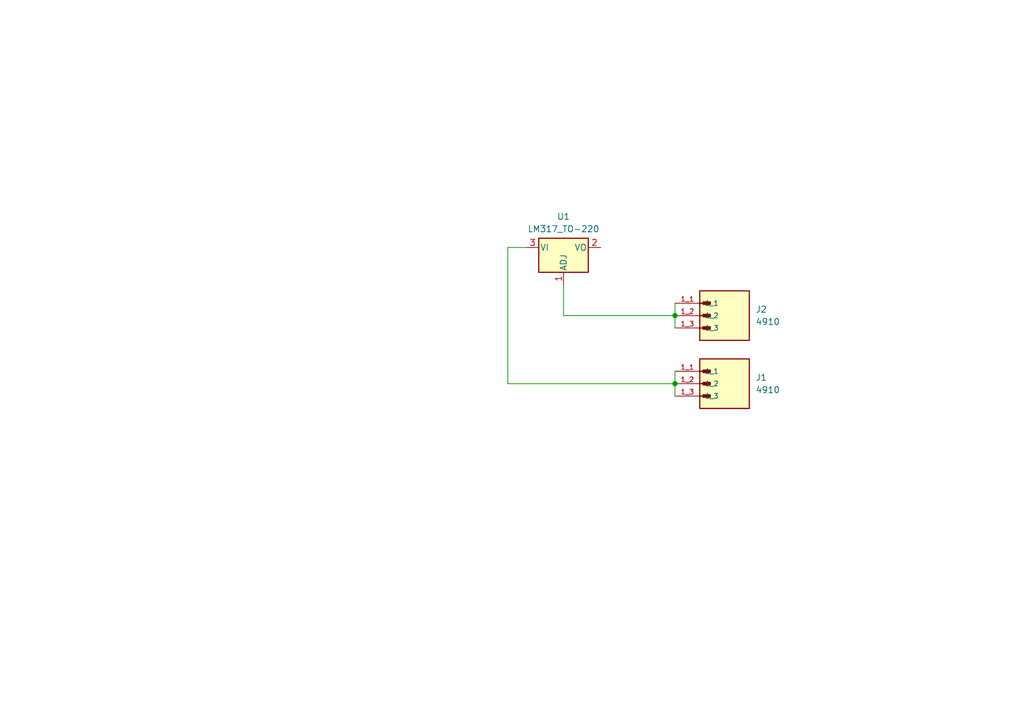
<source format=kicad_sch>
(kicad_sch (version 20250114) (generator "eeschema") (generator_version "9.0")
  (paper "A5")
  (lib_symbols
    (symbol "Regulator_Linear:LM317_TO-220" (pin_names (offset 0.254))
      (property "Reference" "U" (at -3.81 3.175 0))
      (property "Value" "LM317_TO-220" (at 0 3.175 0))
      (symbol "LM317_TO-220_0_1"
        (rectangle (start -5.08 1.905) (end 5.08 -5.08) (stroke (width 0.254)) (fill (type background)))
      )
      (symbol "LM317_TO-220_1_1"
        (pin power_in line (at -7.62 0 0) (length 2.54) (name "VI") (number "3"))
        (pin input line (at 0 -7.62 90) (length 2.54) (name "ADJ") (number "1"))
        (pin power_out line (at 7.62 0 180) (length 2.54) (name "VO") (number "2"))
      )
    )
    (symbol "spade:4910" (pin_names (offset 1.016))
      (property "Reference" "J" (at -5.08 5.842 0))
      (property "Value" "4910" (at -5.08 -7.62 0))
      (symbol "4910_0_0"
        (polyline (pts (xy -5.08 2.54) (xy -3.175 2.54)) (stroke (width 0.254)))
        (polyline (pts (xy -5.08 0) (xy -3.175 0)) (stroke (width 0.254)))
        (polyline (pts (xy -5.08 -2.54) (xy -3.175 -2.54)) (stroke (width 0.254)))
        (rectangle (start -5.08 -5.08) (end 5.08 5.08) (stroke (width 0.254)) (fill (type background)))
        (rectangle (start -4.445 2.2225) (end -2.8575 2.8575) (stroke (width 0.1)) (fill (type outline)))
        (rectangle (start -4.445 -0.3175) (end -2.8575 0.3175) (stroke (width 0.1)) (fill (type outline)))
        (rectangle (start -4.445 -2.8575) (end -2.8575 -2.2225) (stroke (width 0.1)) (fill (type outline)))
        (pin passive line (at -10.16 2.54 0) (length 5.08) (name "1_1") (number "1_1"))
        (pin passive line (at -10.16 0 0) (length 5.08) (name "1_2") (number "1_2"))
        (pin passive line (at -10.16 -2.54 0) (length 5.08) (name "1_3") (number "1_3"))
      )
    )
  )
  (junction (at 138.43 64.77))
  (junction (at 138.43 78.74))
  (wire (pts (xy 104.14 50.8) (xy 107.95 50.8)))
  (wire (pts (xy 138.43 64.77) (xy 138.43 67.31)))
  (wire (pts (xy 104.14 50.8) (xy 104.14 78.74)))
  (wire (pts (xy 104.14 78.74) (xy 138.43 78.74)))
  (wire (pts (xy 138.43 76.2) (xy 138.43 78.74)))
  (wire (pts (xy 138.43 78.74) (xy 138.43 81.28)))
  (wire (pts (xy 138.43 62.23) (xy 138.43 64.77)))
  (wire (pts (xy 115.57 64.77) (xy 138.43 64.77)))
  (wire (pts (xy 115.57 58.42) (xy 115.57 64.77)))
  (symbol (lib_id "Regulator_Linear:LM317_TO-220") (at 115.57 50.8 0) (unit 1)
    (property "Reference" "U1" (at 115.57 44.45 0))
    (property "Value" "LM317_TO-220" (at 115.57 46.99 0))
    (property "Footprint" "Package_TO_SOT_THT:TO-220-3_Vertical" (effects (hide yes)))
    (property "Datasheet" "http://www.ti.com/lit/ds/symlink/lm317.pdf" (effects (hide yes)))
    (property "Description" "1.5A 35V Adjustable Linear Regulator, TO-220" (effects (hide yes)))
  )
  (symbol (lib_id "spade:4910") (at 148.59 78.74 0) (unit 1)
    (property "Reference" "J1" (at 154.94 77.4699 0) (effects (justify left)))
    (property "Value" "4910" (at 154.94 80.0099 0) (effects (justify left)))
    (property "Footprint" "spades:KEYSTONE_4910" (effects (hide yes)))
    (property "PARTREV" "C" (effects (hide yes)))
    (property "SNAPEDA_PN" "4910" (effects (hide yes)))
    (property "STANDARD" "Manufacturer Recommendations" (effects (hide yes)))
    (property "MAXIMUM_PACKAGE_HEIGHT" "4.24mm" (effects (hide yes)))
    (property "MANUFACTURER" "Keystone" (effects (hide yes)))
  )
  (symbol (lib_id "spade:4910") (at 148.59 64.77 0) (unit 1)
    (property "Reference" "J2" (at 154.94 63.4999 0) (effects (justify left)))
    (property "Value" "4910" (at 154.94 66.0399 0) (effects (justify left)))
    (property "Footprint" "spades:KEYSTONE_4910" (effects (hide yes)))
    (property "PARTREV" "C" (effects (hide yes)))
    (property "SNAPEDA_PN" "4910" (effects (hide yes)))
    (property "STANDARD" "Manufacturer Recommendations" (effects (hide yes)))
    (property "MAXIMUM_PACKAGE_HEIGHT" "4.24mm" (effects (hide yes)))
    (property "MANUFACTURER" "Keystone" (effects (hide yes)))
  )
)
</source>
